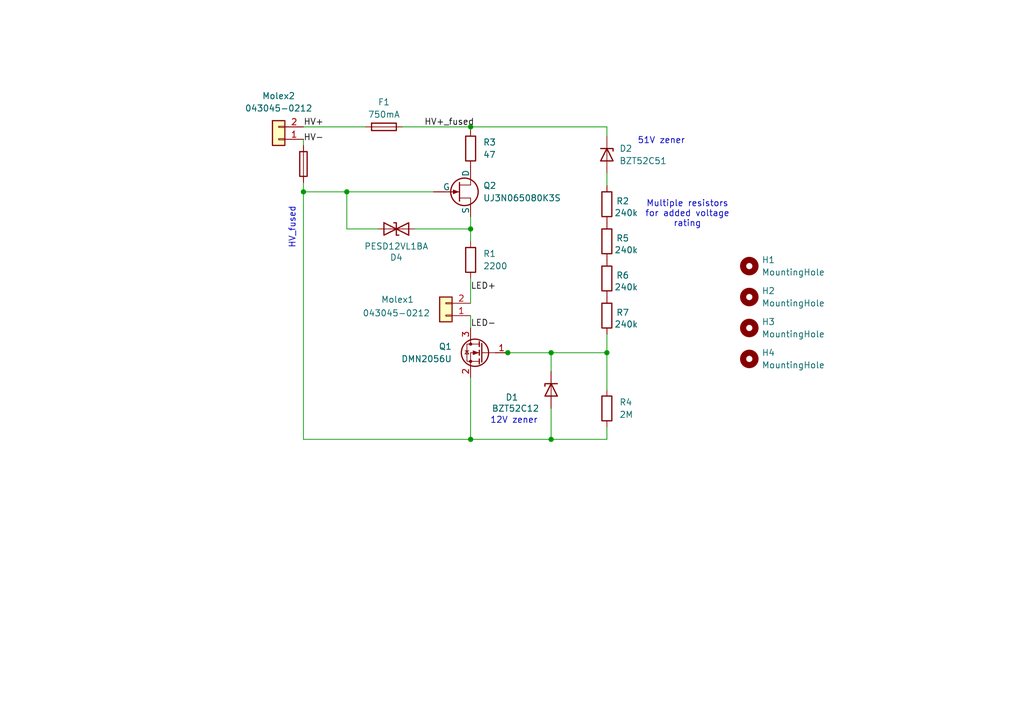
<source format=kicad_sch>
(kicad_sch (version 20250114) (generator "eeschema") (generator_version "9.0")
  (paper "A5")
  (lib_symbols
    (symbol "Connector_Generic:Conn_01x02" (pin_names (offset 1.016) (hide yes))
      (property "Reference" "J" (at 0 2.54 0))
      (property "Value" "Conn_01x02" (at 0 -5.08 0))
      (symbol "Conn_01x02_1_1"
        (rectangle (start -1.27 1.27) (end 1.27 -3.81) (stroke (width 0.254)) (fill (type background)))
        (rectangle (start -1.27 0.127) (end 0 -0.127) (stroke (width 0.1524)))
        (rectangle (start -1.27 -2.413) (end 0 -2.667) (stroke (width 0.1524)))
        (pin passive line (at -5.08 0 0) (length 3.81) (name "Pin_1") (number "1"))
        (pin passive line (at -5.08 -2.54 0) (length 3.81) (name "Pin_2") (number "2"))
      )
    )
    (symbol "Device:Fuse" (pin_numbers (hide yes)) (pin_names (offset 0))
      (property "Reference" "F" (at 2.032 0 90))
      (property "Value" "Fuse" (at -1.905 0 90))
      (symbol "Fuse_0_1"
        (rectangle (start -0.762 -2.54) (end 0.762 2.54) (stroke (width 0.254)))
        (polyline (pts (xy 0 2.54) (xy 0 -2.54)))
      )
      (symbol "Fuse_1_1"
        (pin passive line (at 0 3.81 270) (length 1.27) (name "~") (number "1"))
        (pin passive line (at 0 -3.81 90) (length 1.27) (name "~") (number "2"))
      )
    )
    (symbol "Device:R" (pin_numbers (hide yes)) (pin_names (offset 0))
      (property "Reference" "R" (at 2.032 0 90))
      (property "Value" "R" (at 0 0 90))
      (symbol "R_0_1"
        (rectangle (start -1.016 -2.54) (end 1.016 2.54) (stroke (width 0.254)))
      )
      (symbol "R_1_1"
        (pin passive line (at 0 3.81 270) (length 1.27) (name "~") (number "1"))
        (pin passive line (at 0 -3.81 90) (length 1.27) (name "~") (number "2"))
      )
    )
    (symbol "Diode:1.5KExxCA" (pin_numbers (hide yes)) (pin_names (offset 1.016) (hide yes))
      (property "Reference" "D" (at 0 2.54 0))
      (property "Value" "1.5KExxCA" (at 0 -2.54 0))
      (symbol "1.5KExxCA_0_1"
        (polyline (pts (xy -2.54 -1.27) (xy 0 0) (xy -2.54 1.27) (xy -2.54 -1.27)) (stroke (width 0.254)))
        (polyline (pts (xy 0.508 1.27) (xy 0 1.27) (xy 0 -1.27) (xy -0.508 -1.27)) (stroke (width 0.254)))
        (polyline (pts (xy 1.27 0) (xy -1.27 0)))
        (polyline (pts (xy 2.54 1.27) (xy 2.54 -1.27) (xy 0 0) (xy 2.54 1.27)) (stroke (width 0.254)))
      )
      (symbol "1.5KExxCA_1_1"
        (pin passive line (at -3.81 0 0) (length 2.54) (name "A1") (number "1"))
        (pin passive line (at 3.81 0 180) (length 2.54) (name "A2") (number "2"))
      )
    )
    (symbol "Diode:BZT52Bxx" (pin_numbers (hide yes)) (pin_names (hide yes))
      (property "Reference" "D" (at 0 2.54 0))
      (property "Value" "BZT52Bxx" (at 0 -2.54 0))
      (symbol "BZT52Bxx_0_1"
        (polyline (pts (xy -1.27 -1.27) (xy -1.27 1.27) (xy -0.762 1.27)) (stroke (width 0.254)))
        (polyline (pts (xy 1.27 0) (xy -1.27 0)))
        (polyline (pts (xy 1.27 -1.27) (xy 1.27 1.27) (xy -1.27 0) (xy 1.27 -1.27)) (stroke (width 0.254)))
      )
      (symbol "BZT52Bxx_1_1"
        (pin passive line (at -3.81 0 0) (length 2.54) (name "K") (number "1"))
        (pin passive line (at 3.81 0 180) (length 2.54) (name "A") (number "2"))
      )
    )
    (symbol "Mechanical:MountingHole" (pin_names (offset 1.016)) (exclude_from_sim yes) (in_bom no)
      (property "Reference" "H" (at 0 5.08 0))
      (property "Value" "MountingHole" (at 0 3.175 0))
      (symbol "MountingHole_0_1"
        (circle (center 0 0) (radius 1.27) (stroke (width 1.27)))
      )
    )
    (symbol "Simulation_SPICE:NJFET" (pin_numbers (hide yes)) (pin_names (offset 0))
      (property "Reference" "Q2" (at 5.715 1.27 0))
      (property "Value" "UJ3N120035K3S" (at 5.715 -1.27 0))
      (symbol "NJFET_0_1"
        (polyline (pts (xy 0 0) (xy -1.016 0.381) (xy -1.016 -0.381) (xy 0 0)) (fill (type outline)))
        (polyline (pts (xy 0.254 1.905) (xy 0.254 -1.905) (xy 0.254 -1.905)) (stroke (width 0.254)))
        (circle (center 1.27 0) (radius 2.8194) (stroke (width 0.254)))
        (polyline (pts (xy 2.54 2.54) (xy 2.54 1.397) (xy 0.254 1.397)))
        (polyline (pts (xy 2.54 -2.54) (xy 2.54 -1.27) (xy 0.254 -1.27)))
      )
      (symbol "NJFET_1_1"
        (pin input line (at -5.08 0 0) (length 5.334) (name "G") (number "1"))
        (pin passive line (at 2.54 5.08 270) (length 2.54) (name "D") (number "2"))
        (pin passive line (at 2.54 -5.08 90) (length 2.54) (name "S") (number "3"))
      )
    )
    (symbol "Transistor_FET:DMN2056U" (pin_names (offset 0) (hide yes))
      (property "Reference" "Q" (at 5.08 1.905 0))
      (property "Value" "DMN2056U" (at 5.08 0 0))
      (symbol "DMN2056U_0_1"
        (polyline (pts (xy 0.254 1.905) (xy 0.254 -1.905)) (stroke (width 0.254)))
        (polyline (pts (xy 0.254 0) (xy -2.54 0)))
        (polyline (pts (xy 0.762 2.286) (xy 0.762 1.27)) (stroke (width 0.254)))
        (polyline (pts (xy 0.762 0.508) (xy 0.762 -0.508)) (stroke (width 0.254)))
        (polyline (pts (xy 0.762 -1.27) (xy 0.762 -2.286)) (stroke (width 0.254)))
        (polyline (pts (xy 0.762 -1.778) (xy 3.302 -1.778) (xy 3.302 1.778) (xy 0.762 1.778)))
        (polyline (pts (xy 1.016 0) (xy 2.032 0.381) (xy 2.032 -0.381) (xy 1.016 0)) (fill (type outline)))
        (circle (center 1.651 0) (radius 2.794) (stroke (width 0.254)))
        (polyline (pts (xy 2.54 2.54) (xy 2.54 1.778)))
        (circle (center 2.54 1.778) (radius 0.254) (fill (type outline)))
        (circle (center 2.54 -1.778) (radius 0.254) (fill (type outline)))
        (polyline (pts (xy 2.54 -2.54) (xy 2.54 0) (xy 0.762 0)))
        (polyline (pts (xy 2.921 0.381) (xy 3.683 0.381)))
        (polyline (pts (xy 3.302 0.381) (xy 2.921 -0.254) (xy 3.683 -0.254) (xy 3.302 0.381)))
      )
      (symbol "DMN2056U_1_1"
        (pin input line (at -5.08 0 0) (length 2.54) (name "G") (number "1"))
        (pin passive line (at 2.54 5.08 270) (length 2.54) (name "D") (number "3"))
        (pin passive line (at 2.54 -5.08 90) (length 2.54) (name "S") (number "2"))
      )
    )
  )
  (text "HV_fused" (at 59.944 46.736 90) (effects (font (size 1.27 1.27))))
  (text "51V zener" (at 135.636 28.956 0) (effects (font (size 1.27 1.27))))
  (text "Multiple resistors\nfor added voltage\nrating" (at 140.97 43.942 0) (effects (font (size 1.27 1.27))))
  (text "12V zener\n" (at 105.41 86.36 0) (effects (font (size 1.27 1.27))))
  (junction (at 104.14 72.39))
  (junction (at 113.03 90.17))
  (junction (at 96.52 26.035))
  (junction (at 96.52 46.99))
  (junction (at 113.03 72.39))
  (junction (at 124.46 72.39))
  (junction (at 71.12 39.37))
  (junction (at 96.52 90.17))
  (junction (at 62.23 39.37))
  (wire (pts (xy 62.23 37.465) (xy 62.23 39.37)))
  (wire (pts (xy 71.12 46.99) (xy 77.47 46.99)))
  (wire (pts (xy 62.23 29.845) (xy 62.23 28.575)))
  (wire (pts (xy 113.03 72.39) (xy 113.03 76.2)))
  (wire (pts (xy 82.55 26.035) (xy 96.52 26.035)))
  (wire (pts (xy 96.52 90.17) (xy 62.23 90.17)))
  (wire (pts (xy 124.46 90.17) (xy 124.46 87.63)))
  (wire (pts (xy 124.46 26.035) (xy 96.52 26.035)))
  (wire (pts (xy 96.52 26.035) (xy 96.52 26.67)))
  (wire (pts (xy 96.52 57.15) (xy 96.52 62.23)))
  (wire (pts (xy 113.03 90.17) (xy 124.46 90.17)))
  (wire (pts (xy 62.23 26.035) (xy 74.93 26.035)))
  (wire (pts (xy 124.46 27.94) (xy 124.46 26.035)))
  (wire (pts (xy 96.52 46.99) (xy 96.52 44.45)))
  (wire (pts (xy 113.03 83.82) (xy 113.03 90.17)))
  (wire (pts (xy 104.14 72.39) (xy 102.87 72.39)))
  (wire (pts (xy 96.52 90.17) (xy 113.03 90.17)))
  (wire (pts (xy 124.46 72.39) (xy 124.46 80.01)))
  (wire (pts (xy 96.52 46.99) (xy 85.09 46.99)))
  (wire (pts (xy 124.46 72.39) (xy 124.46 68.58)))
  (wire (pts (xy 71.12 39.37) (xy 71.12 46.99)))
  (wire (pts (xy 113.03 72.39) (xy 124.46 72.39)))
  (wire (pts (xy 71.12 39.37) (xy 88.9 39.37)))
  (wire (pts (xy 96.52 46.99) (xy 96.52 49.53)))
  (wire (pts (xy 62.23 90.17) (xy 62.23 39.37)))
  (wire (pts (xy 124.46 35.56) (xy 124.46 38.1)))
  (wire (pts (xy 62.23 39.37) (xy 71.12 39.37)))
  (wire (pts (xy 96.52 64.77) (xy 96.52 67.31)))
  (wire (pts (xy 96.52 77.47) (xy 96.52 90.17)))
  (wire (pts (xy 104.14 72.39) (xy 113.03 72.39)))
  (label "HV+_fused" (at 86.995 26.035 0))
  (label "LED+" (at 96.52 59.69 0))
  (label "LED-" (at 96.52 67.31 0))
  (label "HV+" (at 62.23 26.035 0))
  (label "HV-" (at 62.23 29.21 0))
  (symbol (lib_id "Diode:BZT52Bxx") (at 113.03 80.01 90) (mirror x) (unit 1)
    (property "Reference" "D1" (at 103.632 81.534 90) (effects (justify right)))
    (property "Value" "BZT52C12" (at 100.838 83.82 90) (effects (justify right)))
    (property "Footprint" "Diode_SMD:D_SOD-123F" (effects (hide yes)))
    (property "Datasheet" "https://diotec.com/tl_files/diotec/files/pdf/datasheets/bzt52b2v4.pdf" (effects (hide yes)))
    (property "Description" "500mW Zener Diode, SOD-123F" (effects (hide yes)))
  )
  (symbol (lib_id "Mechanical:MountingHole") (at 153.67 60.96 0) (unit 1) (exclude_from_sim yes) (in_bom no)
    (property "Reference" "H2" (at 156.21 59.6899 0) (effects (justify left)))
    (property "Value" "MountingHole" (at 156.21 62.2299 0) (effects (justify left)))
    (property "Footprint" "MountingHole:MountingHole_4.3mm_M4" (effects (hide yes)))
    (property "Description" "Mounting Hole without connection" (effects (hide yes)))
  )
  (symbol (lib_id "Connector_Generic:Conn_01x02") (at 91.44 64.77 180) (unit 1)
    (property "Reference" "Molex1" (at 81.534 61.468 0))
    (property "Value" "043045-0212" (at 81.28 64.262 0))
    (property "Footprint" "Connector_Molex:Molex_Micro-Fit_3.0_43045-0212_2x01_P3.00mm_Vertical" (effects (hide yes)))
  )
  (symbol (lib_id "Mechanical:MountingHole") (at 153.67 54.61 0) (unit 1) (exclude_from_sim yes) (in_bom no)
    (property "Reference" "H1" (at 156.21 53.3399 0) (effects (justify left)))
    (property "Value" "MountingHole" (at 156.21 55.8799 0) (effects (justify left)))
    (property "Footprint" "MountingHole:MountingHole_4.3mm_M4" (effects (hide yes)))
    (property "Description" "Mounting Hole without connection" (effects (hide yes)))
  )
  (symbol (lib_id "Device:R") (at 124.46 57.15 0) (unit 1)
    (property "Reference" "R6" (at 126.365 56.515 0) (effects (justify left)))
    (property "Value" "240k" (at 125.984 58.928 0) (effects (justify left)))
    (property "Footprint" "Resistor_SMD:R_0805_2012Metric_Pad1.20x1.40mm_HandSolder" (effects (hide yes)))
  )
  (symbol (lib_id "Device:R") (at 96.52 53.34 0) (unit 1)
    (property "Reference" "R1" (at 99.06 52.0699 0) (effects (justify left)))
    (property "Value" "2200" (at 99.06 54.6099 0) (effects (justify left)))
    (property "Footprint" "Resistor_SMD:R_0805_2012Metric_Pad1.20x1.40mm_HandSolder" (effects (hide yes)))
  )
  (symbol (lib_id "Device:Fuse") (at 78.74 26.035 90) (unit 1)
    (property "Reference" "F1" (at 78.74 20.955 90))
    (property "Value" "750mA" (at 78.74 23.495 90))
    (property "Footprint" "Library:FUSE_BK_PCS" (effects (hide yes)))
  )
  (symbol (lib_id "Mechanical:MountingHole") (at 153.67 67.31 0) (unit 1) (exclude_from_sim yes) (in_bom no)
    (property "Reference" "H3" (at 156.21 66.0399 0) (effects (justify left)))
    (property "Value" "MountingHole" (at 156.21 68.5799 0) (effects (justify left)))
    (property "Footprint" "MountingHole:MountingHole_4.3mm_M4" (effects (hide yes)))
    (property "Description" "Mounting Hole without connection" (effects (hide yes)))
  )
  (symbol (lib_id "Transistor_FET:DMN2056U") (at 99.06 72.39 0) (mirror y) (unit 1)
    (property "Reference" "Q1" (at 92.71 71.1199 0) (effects (justify left)))
    (property "Value" "DMN2056U" (at 92.71 73.6599 0) (effects (justify left)))
    (property "Footprint" "Package_TO_SOT_SMD:SOT-23" (effects (hide yes)))
    (property "Datasheet" "http://www.diodes.com/assets/Datasheets/DMN2056U.pdf" (effects (hide yes)))
    (property "Description" "4A Id, 20V Vds, N-Channel MOSFET, SOT-23" (effects (hide yes)))
  )
  (symbol (lib_id "Device:R") (at 96.52 30.48 180) (unit 1)
    (property "Reference" "R3" (at 99.06 29.2099 0) (effects (justify right)))
    (property "Value" "47" (at 99.06 31.7499 0) (effects (justify right)))
    (property "Footprint" "Resistor_SMD:R_0805_2012Metric_Pad1.20x1.40mm_HandSolder" (effects (hide yes)))
    (property "Description" "Resistor" (effects (hide yes)))
  )
  (symbol (lib_id "Connector_Generic:Conn_01x02") (at 57.15 28.575 180) (unit 1)
    (property "Reference" "Molex2" (at 57.15 19.685 0))
    (property "Value" "043045-0212" (at 57.15 22.225 0))
    (property "Footprint" "Connector_Molex:Molex_Micro-Fit_3.0_43045-0212_2x01_P3.00mm_Vertical" (effects (hide yes)))
  )
  (symbol (lib_id "Diode:BZT52Bxx") (at 124.46 31.75 270) (unit 1)
    (property "Reference" "D2" (at 127 30.4799 90) (effects (justify left)))
    (property "Value" "BZT52C51" (at 127 33.0199 90) (effects (justify left)))
    (property "Footprint" "Diode_SMD:D_SOD-123F" (effects (hide yes)))
    (property "Datasheet" "https://diotec.com/tl_files/diotec/files/pdf/datasheets/bzt52b2v4.pdf" (effects (hide yes)))
    (property "Description" "500mW Zener Diode, SOD-123F" (effects (hide yes)))
  )
  (symbol (lib_id "Device:Fuse") (at 62.23 33.655 180) (unit 1)
    (property "Reference" "F2" (effects (hide yes)))
    (property "Value" "750mA" (effects (hide yes)))
    (property "Footprint" "Library:FUSE_BK_PCS" (effects (hide yes)))
  )
  (symbol (lib_id "Simulation_SPICE:NJFET") (at 93.98 39.37 0) (unit 1)
    (property "Reference" "Q2" (at 99.06 38.0999 0) (effects (justify left)))
    (property "Value" "UJ3N065080K3S" (at 99.06 40.6399 0) (effects (justify left)))
    (property "Footprint" "Package_TO_SOT_THT:TO-247-3_Horizontal_TabDown" (effects (hide yes)))
    (property "Sim.Device" "NJFET" (effects (hide yes)))
    (property "Sim.Type" "SHICHMANHODGES" (effects (hide yes)))
    (property "Sim.Pins" "1=D 2=G 3=S" (effects (hide yes)))
  )
  (symbol (lib_id "Device:R") (at 124.46 41.91 0) (unit 1)
    (property "Reference" "R2" (at 126.365 41.275 0) (effects (justify left)))
    (property "Value" "240k" (at 125.984 43.688 0) (effects (justify left)))
    (property "Footprint" "Resistor_SMD:R_0805_2012Metric_Pad1.20x1.40mm_HandSolder" (effects (hide yes)))
  )
  (symbol (lib_id "Mechanical:MountingHole") (at 153.67 73.66 0) (unit 1) (exclude_from_sim yes) (in_bom no)
    (property "Reference" "H4" (at 156.21 72.3899 0) (effects (justify left)))
    (property "Value" "MountingHole" (at 156.21 74.9299 0) (effects (justify left)))
    (property "Footprint" "MountingHole:MountingHole_4.3mm_M4" (effects (hide yes)))
    (property "Description" "Mounting Hole without connection" (effects (hide yes)))
  )
  (symbol (lib_id "Device:R") (at 124.46 83.82 0) (unit 1)
    (property "Reference" "R4" (at 127 82.5499 0) (effects (justify left)))
    (property "Value" "2M" (at 127 85.0899 0) (effects (justify left)))
    (property "Footprint" "Resistor_SMD:R_0805_2012Metric_Pad1.20x1.40mm_HandSolder" (effects (hide yes)))
  )
  (symbol (lib_id "Device:R") (at 124.46 49.53 0) (unit 1)
    (property "Reference" "R5" (at 126.365 48.895 0) (effects (justify left)))
    (property "Value" "240k" (at 125.984 51.308 0) (effects (justify left)))
    (property "Footprint" "Resistor_SMD:R_0805_2012Metric_Pad1.20x1.40mm_HandSolder" (effects (hide yes)))
  )
  (symbol (lib_id "Diode:1.5KExxCA") (at 81.28 46.99 0) (mirror x) (unit 1)
    (property "Reference" "D4" (at 81.28 52.832 0))
    (property "Value" "PESD12VL1BA" (at 81.28 50.546 0))
    (property "Footprint" "Diode_THT:D_DO-201AE_P15.24mm_Horizontal" (effects (hide yes)))
    (property "Datasheet" "https://www.vishay.com/docs/88301/15ke.pdf" (effects (hide yes)))
    (property "Description" "1500W bidirectional TVS diode, DO-201AE" (effects (hide yes)))
  )
  (symbol (lib_id "Device:R") (at 124.46 64.77 0) (unit 1)
    (property "Reference" "R7" (at 126.365 64.135 0) (effects (justify left)))
    (property "Value" "240k" (at 125.984 66.548 0) (effects (justify left)))
    (property "Footprint" "Resistor_SMD:R_0805_2012Metric_Pad1.20x1.40mm_HandSolder" (effects (hide yes)))
  )
)
</source>
